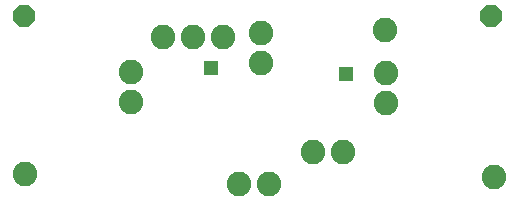
<source format=gbs>
G75*
%MOIN*%
%OFA0B0*%
%FSLAX25Y25*%
%IPPOS*%
%LPD*%
%AMOC8*
5,1,8,0,0,1.08239X$1,22.5*
%
%ADD10C,0.08200*%
%ADD11OC8,0.07100*%
%ADD12R,0.05162X0.05162*%
D10*
X0020109Y0018348D03*
X0055679Y0042502D03*
X0055679Y0052502D03*
X0066232Y0064100D03*
X0076232Y0064100D03*
X0086232Y0064100D03*
X0098759Y0065400D03*
X0098759Y0055400D03*
X0140538Y0052180D03*
X0140538Y0042180D03*
X0126315Y0025987D03*
X0116315Y0025987D03*
X0101604Y0015200D03*
X0091604Y0015200D03*
X0176606Y0017560D03*
X0140098Y0066508D03*
D11*
X0175584Y0071007D03*
X0019959Y0071104D03*
D12*
X0082215Y0053987D03*
X0127115Y0051787D03*
M02*

</source>
